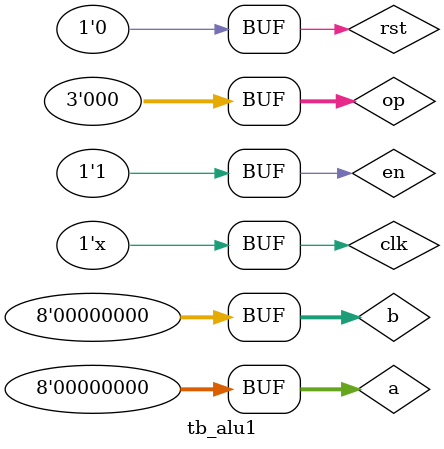
<source format=v>
`timescale 1ns/1ns
module tb_alu1;

reg [7:0] a,b;
reg [2:0] op;
reg clk,en,rst;

wire [7:0] sum;
wire o_flag,z_flag,n_flag;

alu #(8) dut (a,b,op,clk,en,rst,sum,o_flag,z_flag,n_flag);

initial clk=1;
always #2 clk=~clk;

initial begin
    rst=1;
    #4;
    rst=0;
    a='b0;
    b='b0;
    op='b0;
    en=0;
    #4;
    rst=0;
    a=2;
    b=4;
    op='b0;
    en=1;
    #4;
    rst=0;
    a=0;
    b='bx;
    op=3'b111;
    en=1;
    #4;
    rst=0;
    a=0;
    b=0;
    op=0;
    en=1;
end
endmodule

</source>
